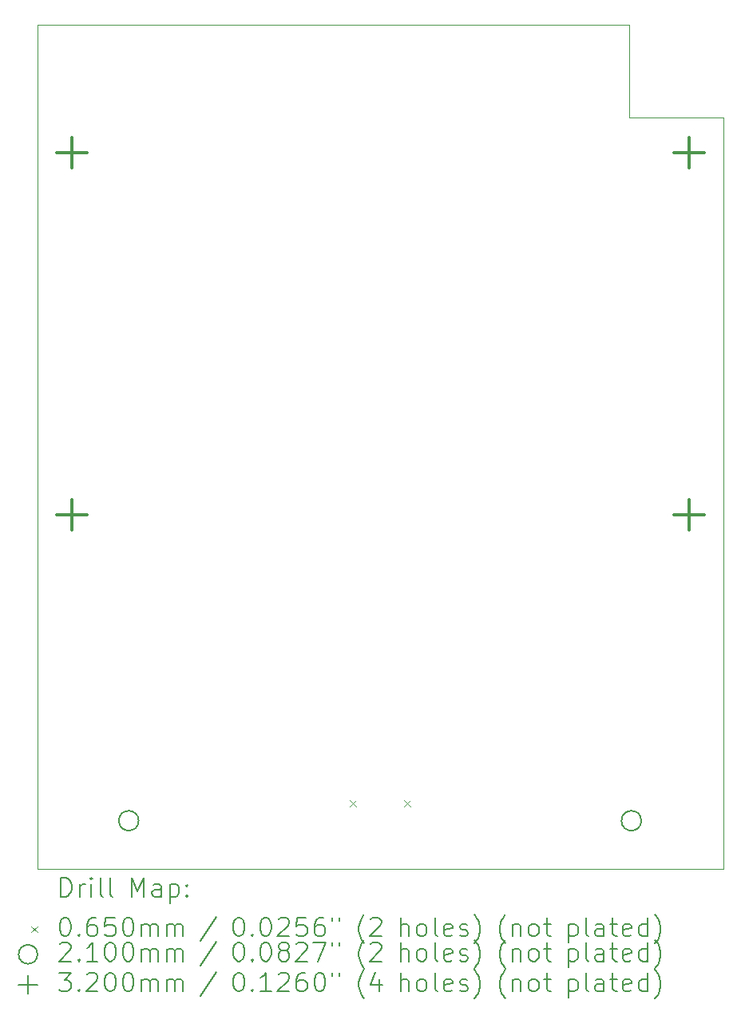
<source format=gbr>
%TF.GenerationSoftware,KiCad,Pcbnew,(7.0.0-0)*%
%TF.CreationDate,2023-04-29T12:32:31-06:00*%
%TF.ProjectId,EV6 Board Design,45563620-426f-4617-9264-204465736967,rev?*%
%TF.SameCoordinates,Original*%
%TF.FileFunction,Drillmap*%
%TF.FilePolarity,Positive*%
%FSLAX45Y45*%
G04 Gerber Fmt 4.5, Leading zero omitted, Abs format (unit mm)*
G04 Created by KiCad (PCBNEW (7.0.0-0)) date 2023-04-29 12:32:31*
%MOMM*%
%LPD*%
G01*
G04 APERTURE LIST*
%ADD10C,0.050000*%
%ADD11C,0.200000*%
%ADD12C,0.065000*%
%ADD13C,0.210000*%
%ADD14C,0.320000*%
G04 APERTURE END LIST*
D10*
X17668750Y-6588500D02*
X18668750Y-6588500D01*
X18668750Y-14543500D01*
X11398750Y-14543500D01*
X11398750Y-5602500D01*
X17668750Y-5602500D01*
X17668750Y-6588500D01*
D11*
D12*
X14707250Y-13820000D02*
X14772250Y-13885000D01*
X14772250Y-13820000D02*
X14707250Y-13885000D01*
X15285250Y-13820000D02*
X15350250Y-13885000D01*
X15350250Y-13820000D02*
X15285250Y-13885000D01*
D13*
X12468750Y-14034500D02*
G75*
G03*
X12468750Y-14034500I-105000J0D01*
G01*
X17798750Y-14034500D02*
G75*
G03*
X17798750Y-14034500I-105000J0D01*
G01*
D14*
X11758750Y-6802500D02*
X11758750Y-7122500D01*
X11598750Y-6962500D02*
X11918750Y-6962500D01*
X11758750Y-10632500D02*
X11758750Y-10952500D01*
X11598750Y-10792500D02*
X11918750Y-10792500D01*
X18308750Y-6802500D02*
X18308750Y-7122500D01*
X18148750Y-6962500D02*
X18468750Y-6962500D01*
X18308750Y-10632500D02*
X18308750Y-10952500D01*
X18148750Y-10792500D02*
X18468750Y-10792500D01*
D11*
X11643869Y-14839476D02*
X11643869Y-14639476D01*
X11643869Y-14639476D02*
X11691488Y-14639476D01*
X11691488Y-14639476D02*
X11720059Y-14649000D01*
X11720059Y-14649000D02*
X11739107Y-14668048D01*
X11739107Y-14668048D02*
X11748631Y-14687095D01*
X11748631Y-14687095D02*
X11758155Y-14725190D01*
X11758155Y-14725190D02*
X11758155Y-14753762D01*
X11758155Y-14753762D02*
X11748631Y-14791857D01*
X11748631Y-14791857D02*
X11739107Y-14810905D01*
X11739107Y-14810905D02*
X11720059Y-14829952D01*
X11720059Y-14829952D02*
X11691488Y-14839476D01*
X11691488Y-14839476D02*
X11643869Y-14839476D01*
X11843869Y-14839476D02*
X11843869Y-14706143D01*
X11843869Y-14744238D02*
X11853393Y-14725190D01*
X11853393Y-14725190D02*
X11862917Y-14715667D01*
X11862917Y-14715667D02*
X11881964Y-14706143D01*
X11881964Y-14706143D02*
X11901012Y-14706143D01*
X11967678Y-14839476D02*
X11967678Y-14706143D01*
X11967678Y-14639476D02*
X11958155Y-14649000D01*
X11958155Y-14649000D02*
X11967678Y-14658524D01*
X11967678Y-14658524D02*
X11977202Y-14649000D01*
X11977202Y-14649000D02*
X11967678Y-14639476D01*
X11967678Y-14639476D02*
X11967678Y-14658524D01*
X12091488Y-14839476D02*
X12072440Y-14829952D01*
X12072440Y-14829952D02*
X12062917Y-14810905D01*
X12062917Y-14810905D02*
X12062917Y-14639476D01*
X12196250Y-14839476D02*
X12177202Y-14829952D01*
X12177202Y-14829952D02*
X12167678Y-14810905D01*
X12167678Y-14810905D02*
X12167678Y-14639476D01*
X12392440Y-14839476D02*
X12392440Y-14639476D01*
X12392440Y-14639476D02*
X12459107Y-14782333D01*
X12459107Y-14782333D02*
X12525774Y-14639476D01*
X12525774Y-14639476D02*
X12525774Y-14839476D01*
X12706726Y-14839476D02*
X12706726Y-14734714D01*
X12706726Y-14734714D02*
X12697202Y-14715667D01*
X12697202Y-14715667D02*
X12678155Y-14706143D01*
X12678155Y-14706143D02*
X12640059Y-14706143D01*
X12640059Y-14706143D02*
X12621012Y-14715667D01*
X12706726Y-14829952D02*
X12687678Y-14839476D01*
X12687678Y-14839476D02*
X12640059Y-14839476D01*
X12640059Y-14839476D02*
X12621012Y-14829952D01*
X12621012Y-14829952D02*
X12611488Y-14810905D01*
X12611488Y-14810905D02*
X12611488Y-14791857D01*
X12611488Y-14791857D02*
X12621012Y-14772809D01*
X12621012Y-14772809D02*
X12640059Y-14763286D01*
X12640059Y-14763286D02*
X12687678Y-14763286D01*
X12687678Y-14763286D02*
X12706726Y-14753762D01*
X12801964Y-14706143D02*
X12801964Y-14906143D01*
X12801964Y-14715667D02*
X12821012Y-14706143D01*
X12821012Y-14706143D02*
X12859107Y-14706143D01*
X12859107Y-14706143D02*
X12878155Y-14715667D01*
X12878155Y-14715667D02*
X12887678Y-14725190D01*
X12887678Y-14725190D02*
X12897202Y-14744238D01*
X12897202Y-14744238D02*
X12897202Y-14801381D01*
X12897202Y-14801381D02*
X12887678Y-14820428D01*
X12887678Y-14820428D02*
X12878155Y-14829952D01*
X12878155Y-14829952D02*
X12859107Y-14839476D01*
X12859107Y-14839476D02*
X12821012Y-14839476D01*
X12821012Y-14839476D02*
X12801964Y-14829952D01*
X12982917Y-14820428D02*
X12992440Y-14829952D01*
X12992440Y-14829952D02*
X12982917Y-14839476D01*
X12982917Y-14839476D02*
X12973393Y-14829952D01*
X12973393Y-14829952D02*
X12982917Y-14820428D01*
X12982917Y-14820428D02*
X12982917Y-14839476D01*
X12982917Y-14715667D02*
X12992440Y-14725190D01*
X12992440Y-14725190D02*
X12982917Y-14734714D01*
X12982917Y-14734714D02*
X12973393Y-14725190D01*
X12973393Y-14725190D02*
X12982917Y-14715667D01*
X12982917Y-14715667D02*
X12982917Y-14734714D01*
D12*
X11331250Y-15153500D02*
X11396250Y-15218500D01*
X11396250Y-15153500D02*
X11331250Y-15218500D01*
D11*
X11681964Y-15059476D02*
X11701012Y-15059476D01*
X11701012Y-15059476D02*
X11720059Y-15069000D01*
X11720059Y-15069000D02*
X11729583Y-15078524D01*
X11729583Y-15078524D02*
X11739107Y-15097571D01*
X11739107Y-15097571D02*
X11748631Y-15135667D01*
X11748631Y-15135667D02*
X11748631Y-15183286D01*
X11748631Y-15183286D02*
X11739107Y-15221381D01*
X11739107Y-15221381D02*
X11729583Y-15240428D01*
X11729583Y-15240428D02*
X11720059Y-15249952D01*
X11720059Y-15249952D02*
X11701012Y-15259476D01*
X11701012Y-15259476D02*
X11681964Y-15259476D01*
X11681964Y-15259476D02*
X11662917Y-15249952D01*
X11662917Y-15249952D02*
X11653393Y-15240428D01*
X11653393Y-15240428D02*
X11643869Y-15221381D01*
X11643869Y-15221381D02*
X11634345Y-15183286D01*
X11634345Y-15183286D02*
X11634345Y-15135667D01*
X11634345Y-15135667D02*
X11643869Y-15097571D01*
X11643869Y-15097571D02*
X11653393Y-15078524D01*
X11653393Y-15078524D02*
X11662917Y-15069000D01*
X11662917Y-15069000D02*
X11681964Y-15059476D01*
X11834345Y-15240428D02*
X11843869Y-15249952D01*
X11843869Y-15249952D02*
X11834345Y-15259476D01*
X11834345Y-15259476D02*
X11824821Y-15249952D01*
X11824821Y-15249952D02*
X11834345Y-15240428D01*
X11834345Y-15240428D02*
X11834345Y-15259476D01*
X12015298Y-15059476D02*
X11977202Y-15059476D01*
X11977202Y-15059476D02*
X11958155Y-15069000D01*
X11958155Y-15069000D02*
X11948631Y-15078524D01*
X11948631Y-15078524D02*
X11929583Y-15107095D01*
X11929583Y-15107095D02*
X11920059Y-15145190D01*
X11920059Y-15145190D02*
X11920059Y-15221381D01*
X11920059Y-15221381D02*
X11929583Y-15240428D01*
X11929583Y-15240428D02*
X11939107Y-15249952D01*
X11939107Y-15249952D02*
X11958155Y-15259476D01*
X11958155Y-15259476D02*
X11996250Y-15259476D01*
X11996250Y-15259476D02*
X12015298Y-15249952D01*
X12015298Y-15249952D02*
X12024821Y-15240428D01*
X12024821Y-15240428D02*
X12034345Y-15221381D01*
X12034345Y-15221381D02*
X12034345Y-15173762D01*
X12034345Y-15173762D02*
X12024821Y-15154714D01*
X12024821Y-15154714D02*
X12015298Y-15145190D01*
X12015298Y-15145190D02*
X11996250Y-15135667D01*
X11996250Y-15135667D02*
X11958155Y-15135667D01*
X11958155Y-15135667D02*
X11939107Y-15145190D01*
X11939107Y-15145190D02*
X11929583Y-15154714D01*
X11929583Y-15154714D02*
X11920059Y-15173762D01*
X12215298Y-15059476D02*
X12120059Y-15059476D01*
X12120059Y-15059476D02*
X12110536Y-15154714D01*
X12110536Y-15154714D02*
X12120059Y-15145190D01*
X12120059Y-15145190D02*
X12139107Y-15135667D01*
X12139107Y-15135667D02*
X12186726Y-15135667D01*
X12186726Y-15135667D02*
X12205774Y-15145190D01*
X12205774Y-15145190D02*
X12215298Y-15154714D01*
X12215298Y-15154714D02*
X12224821Y-15173762D01*
X12224821Y-15173762D02*
X12224821Y-15221381D01*
X12224821Y-15221381D02*
X12215298Y-15240428D01*
X12215298Y-15240428D02*
X12205774Y-15249952D01*
X12205774Y-15249952D02*
X12186726Y-15259476D01*
X12186726Y-15259476D02*
X12139107Y-15259476D01*
X12139107Y-15259476D02*
X12120059Y-15249952D01*
X12120059Y-15249952D02*
X12110536Y-15240428D01*
X12348631Y-15059476D02*
X12367679Y-15059476D01*
X12367679Y-15059476D02*
X12386726Y-15069000D01*
X12386726Y-15069000D02*
X12396250Y-15078524D01*
X12396250Y-15078524D02*
X12405774Y-15097571D01*
X12405774Y-15097571D02*
X12415298Y-15135667D01*
X12415298Y-15135667D02*
X12415298Y-15183286D01*
X12415298Y-15183286D02*
X12405774Y-15221381D01*
X12405774Y-15221381D02*
X12396250Y-15240428D01*
X12396250Y-15240428D02*
X12386726Y-15249952D01*
X12386726Y-15249952D02*
X12367679Y-15259476D01*
X12367679Y-15259476D02*
X12348631Y-15259476D01*
X12348631Y-15259476D02*
X12329583Y-15249952D01*
X12329583Y-15249952D02*
X12320059Y-15240428D01*
X12320059Y-15240428D02*
X12310536Y-15221381D01*
X12310536Y-15221381D02*
X12301012Y-15183286D01*
X12301012Y-15183286D02*
X12301012Y-15135667D01*
X12301012Y-15135667D02*
X12310536Y-15097571D01*
X12310536Y-15097571D02*
X12320059Y-15078524D01*
X12320059Y-15078524D02*
X12329583Y-15069000D01*
X12329583Y-15069000D02*
X12348631Y-15059476D01*
X12501012Y-15259476D02*
X12501012Y-15126143D01*
X12501012Y-15145190D02*
X12510536Y-15135667D01*
X12510536Y-15135667D02*
X12529583Y-15126143D01*
X12529583Y-15126143D02*
X12558155Y-15126143D01*
X12558155Y-15126143D02*
X12577202Y-15135667D01*
X12577202Y-15135667D02*
X12586726Y-15154714D01*
X12586726Y-15154714D02*
X12586726Y-15259476D01*
X12586726Y-15154714D02*
X12596250Y-15135667D01*
X12596250Y-15135667D02*
X12615298Y-15126143D01*
X12615298Y-15126143D02*
X12643869Y-15126143D01*
X12643869Y-15126143D02*
X12662917Y-15135667D01*
X12662917Y-15135667D02*
X12672440Y-15154714D01*
X12672440Y-15154714D02*
X12672440Y-15259476D01*
X12767679Y-15259476D02*
X12767679Y-15126143D01*
X12767679Y-15145190D02*
X12777202Y-15135667D01*
X12777202Y-15135667D02*
X12796250Y-15126143D01*
X12796250Y-15126143D02*
X12824821Y-15126143D01*
X12824821Y-15126143D02*
X12843869Y-15135667D01*
X12843869Y-15135667D02*
X12853393Y-15154714D01*
X12853393Y-15154714D02*
X12853393Y-15259476D01*
X12853393Y-15154714D02*
X12862917Y-15135667D01*
X12862917Y-15135667D02*
X12881964Y-15126143D01*
X12881964Y-15126143D02*
X12910536Y-15126143D01*
X12910536Y-15126143D02*
X12929583Y-15135667D01*
X12929583Y-15135667D02*
X12939107Y-15154714D01*
X12939107Y-15154714D02*
X12939107Y-15259476D01*
X13297202Y-15049952D02*
X13125774Y-15307095D01*
X13521964Y-15059476D02*
X13541012Y-15059476D01*
X13541012Y-15059476D02*
X13560060Y-15069000D01*
X13560060Y-15069000D02*
X13569583Y-15078524D01*
X13569583Y-15078524D02*
X13579107Y-15097571D01*
X13579107Y-15097571D02*
X13588631Y-15135667D01*
X13588631Y-15135667D02*
X13588631Y-15183286D01*
X13588631Y-15183286D02*
X13579107Y-15221381D01*
X13579107Y-15221381D02*
X13569583Y-15240428D01*
X13569583Y-15240428D02*
X13560060Y-15249952D01*
X13560060Y-15249952D02*
X13541012Y-15259476D01*
X13541012Y-15259476D02*
X13521964Y-15259476D01*
X13521964Y-15259476D02*
X13502917Y-15249952D01*
X13502917Y-15249952D02*
X13493393Y-15240428D01*
X13493393Y-15240428D02*
X13483869Y-15221381D01*
X13483869Y-15221381D02*
X13474345Y-15183286D01*
X13474345Y-15183286D02*
X13474345Y-15135667D01*
X13474345Y-15135667D02*
X13483869Y-15097571D01*
X13483869Y-15097571D02*
X13493393Y-15078524D01*
X13493393Y-15078524D02*
X13502917Y-15069000D01*
X13502917Y-15069000D02*
X13521964Y-15059476D01*
X13674345Y-15240428D02*
X13683869Y-15249952D01*
X13683869Y-15249952D02*
X13674345Y-15259476D01*
X13674345Y-15259476D02*
X13664821Y-15249952D01*
X13664821Y-15249952D02*
X13674345Y-15240428D01*
X13674345Y-15240428D02*
X13674345Y-15259476D01*
X13807679Y-15059476D02*
X13826726Y-15059476D01*
X13826726Y-15059476D02*
X13845774Y-15069000D01*
X13845774Y-15069000D02*
X13855298Y-15078524D01*
X13855298Y-15078524D02*
X13864821Y-15097571D01*
X13864821Y-15097571D02*
X13874345Y-15135667D01*
X13874345Y-15135667D02*
X13874345Y-15183286D01*
X13874345Y-15183286D02*
X13864821Y-15221381D01*
X13864821Y-15221381D02*
X13855298Y-15240428D01*
X13855298Y-15240428D02*
X13845774Y-15249952D01*
X13845774Y-15249952D02*
X13826726Y-15259476D01*
X13826726Y-15259476D02*
X13807679Y-15259476D01*
X13807679Y-15259476D02*
X13788631Y-15249952D01*
X13788631Y-15249952D02*
X13779107Y-15240428D01*
X13779107Y-15240428D02*
X13769583Y-15221381D01*
X13769583Y-15221381D02*
X13760060Y-15183286D01*
X13760060Y-15183286D02*
X13760060Y-15135667D01*
X13760060Y-15135667D02*
X13769583Y-15097571D01*
X13769583Y-15097571D02*
X13779107Y-15078524D01*
X13779107Y-15078524D02*
X13788631Y-15069000D01*
X13788631Y-15069000D02*
X13807679Y-15059476D01*
X13950536Y-15078524D02*
X13960060Y-15069000D01*
X13960060Y-15069000D02*
X13979107Y-15059476D01*
X13979107Y-15059476D02*
X14026726Y-15059476D01*
X14026726Y-15059476D02*
X14045774Y-15069000D01*
X14045774Y-15069000D02*
X14055298Y-15078524D01*
X14055298Y-15078524D02*
X14064821Y-15097571D01*
X14064821Y-15097571D02*
X14064821Y-15116619D01*
X14064821Y-15116619D02*
X14055298Y-15145190D01*
X14055298Y-15145190D02*
X13941012Y-15259476D01*
X13941012Y-15259476D02*
X14064821Y-15259476D01*
X14245774Y-15059476D02*
X14150536Y-15059476D01*
X14150536Y-15059476D02*
X14141012Y-15154714D01*
X14141012Y-15154714D02*
X14150536Y-15145190D01*
X14150536Y-15145190D02*
X14169583Y-15135667D01*
X14169583Y-15135667D02*
X14217202Y-15135667D01*
X14217202Y-15135667D02*
X14236250Y-15145190D01*
X14236250Y-15145190D02*
X14245774Y-15154714D01*
X14245774Y-15154714D02*
X14255298Y-15173762D01*
X14255298Y-15173762D02*
X14255298Y-15221381D01*
X14255298Y-15221381D02*
X14245774Y-15240428D01*
X14245774Y-15240428D02*
X14236250Y-15249952D01*
X14236250Y-15249952D02*
X14217202Y-15259476D01*
X14217202Y-15259476D02*
X14169583Y-15259476D01*
X14169583Y-15259476D02*
X14150536Y-15249952D01*
X14150536Y-15249952D02*
X14141012Y-15240428D01*
X14426726Y-15059476D02*
X14388631Y-15059476D01*
X14388631Y-15059476D02*
X14369583Y-15069000D01*
X14369583Y-15069000D02*
X14360060Y-15078524D01*
X14360060Y-15078524D02*
X14341012Y-15107095D01*
X14341012Y-15107095D02*
X14331488Y-15145190D01*
X14331488Y-15145190D02*
X14331488Y-15221381D01*
X14331488Y-15221381D02*
X14341012Y-15240428D01*
X14341012Y-15240428D02*
X14350536Y-15249952D01*
X14350536Y-15249952D02*
X14369583Y-15259476D01*
X14369583Y-15259476D02*
X14407679Y-15259476D01*
X14407679Y-15259476D02*
X14426726Y-15249952D01*
X14426726Y-15249952D02*
X14436250Y-15240428D01*
X14436250Y-15240428D02*
X14445774Y-15221381D01*
X14445774Y-15221381D02*
X14445774Y-15173762D01*
X14445774Y-15173762D02*
X14436250Y-15154714D01*
X14436250Y-15154714D02*
X14426726Y-15145190D01*
X14426726Y-15145190D02*
X14407679Y-15135667D01*
X14407679Y-15135667D02*
X14369583Y-15135667D01*
X14369583Y-15135667D02*
X14350536Y-15145190D01*
X14350536Y-15145190D02*
X14341012Y-15154714D01*
X14341012Y-15154714D02*
X14331488Y-15173762D01*
X14521964Y-15059476D02*
X14521964Y-15097571D01*
X14598155Y-15059476D02*
X14598155Y-15097571D01*
X14861012Y-15335667D02*
X14851488Y-15326143D01*
X14851488Y-15326143D02*
X14832441Y-15297571D01*
X14832441Y-15297571D02*
X14822917Y-15278524D01*
X14822917Y-15278524D02*
X14813393Y-15249952D01*
X14813393Y-15249952D02*
X14803869Y-15202333D01*
X14803869Y-15202333D02*
X14803869Y-15164238D01*
X14803869Y-15164238D02*
X14813393Y-15116619D01*
X14813393Y-15116619D02*
X14822917Y-15088048D01*
X14822917Y-15088048D02*
X14832441Y-15069000D01*
X14832441Y-15069000D02*
X14851488Y-15040428D01*
X14851488Y-15040428D02*
X14861012Y-15030905D01*
X14927679Y-15078524D02*
X14937202Y-15069000D01*
X14937202Y-15069000D02*
X14956250Y-15059476D01*
X14956250Y-15059476D02*
X15003869Y-15059476D01*
X15003869Y-15059476D02*
X15022917Y-15069000D01*
X15022917Y-15069000D02*
X15032441Y-15078524D01*
X15032441Y-15078524D02*
X15041964Y-15097571D01*
X15041964Y-15097571D02*
X15041964Y-15116619D01*
X15041964Y-15116619D02*
X15032441Y-15145190D01*
X15032441Y-15145190D02*
X14918155Y-15259476D01*
X14918155Y-15259476D02*
X15041964Y-15259476D01*
X15247679Y-15259476D02*
X15247679Y-15059476D01*
X15333393Y-15259476D02*
X15333393Y-15154714D01*
X15333393Y-15154714D02*
X15323869Y-15135667D01*
X15323869Y-15135667D02*
X15304822Y-15126143D01*
X15304822Y-15126143D02*
X15276250Y-15126143D01*
X15276250Y-15126143D02*
X15257202Y-15135667D01*
X15257202Y-15135667D02*
X15247679Y-15145190D01*
X15457202Y-15259476D02*
X15438155Y-15249952D01*
X15438155Y-15249952D02*
X15428631Y-15240428D01*
X15428631Y-15240428D02*
X15419107Y-15221381D01*
X15419107Y-15221381D02*
X15419107Y-15164238D01*
X15419107Y-15164238D02*
X15428631Y-15145190D01*
X15428631Y-15145190D02*
X15438155Y-15135667D01*
X15438155Y-15135667D02*
X15457202Y-15126143D01*
X15457202Y-15126143D02*
X15485774Y-15126143D01*
X15485774Y-15126143D02*
X15504822Y-15135667D01*
X15504822Y-15135667D02*
X15514345Y-15145190D01*
X15514345Y-15145190D02*
X15523869Y-15164238D01*
X15523869Y-15164238D02*
X15523869Y-15221381D01*
X15523869Y-15221381D02*
X15514345Y-15240428D01*
X15514345Y-15240428D02*
X15504822Y-15249952D01*
X15504822Y-15249952D02*
X15485774Y-15259476D01*
X15485774Y-15259476D02*
X15457202Y-15259476D01*
X15638155Y-15259476D02*
X15619107Y-15249952D01*
X15619107Y-15249952D02*
X15609583Y-15230905D01*
X15609583Y-15230905D02*
X15609583Y-15059476D01*
X15790536Y-15249952D02*
X15771488Y-15259476D01*
X15771488Y-15259476D02*
X15733393Y-15259476D01*
X15733393Y-15259476D02*
X15714345Y-15249952D01*
X15714345Y-15249952D02*
X15704822Y-15230905D01*
X15704822Y-15230905D02*
X15704822Y-15154714D01*
X15704822Y-15154714D02*
X15714345Y-15135667D01*
X15714345Y-15135667D02*
X15733393Y-15126143D01*
X15733393Y-15126143D02*
X15771488Y-15126143D01*
X15771488Y-15126143D02*
X15790536Y-15135667D01*
X15790536Y-15135667D02*
X15800060Y-15154714D01*
X15800060Y-15154714D02*
X15800060Y-15173762D01*
X15800060Y-15173762D02*
X15704822Y-15192809D01*
X15876250Y-15249952D02*
X15895298Y-15259476D01*
X15895298Y-15259476D02*
X15933393Y-15259476D01*
X15933393Y-15259476D02*
X15952441Y-15249952D01*
X15952441Y-15249952D02*
X15961964Y-15230905D01*
X15961964Y-15230905D02*
X15961964Y-15221381D01*
X15961964Y-15221381D02*
X15952441Y-15202333D01*
X15952441Y-15202333D02*
X15933393Y-15192809D01*
X15933393Y-15192809D02*
X15904822Y-15192809D01*
X15904822Y-15192809D02*
X15885774Y-15183286D01*
X15885774Y-15183286D02*
X15876250Y-15164238D01*
X15876250Y-15164238D02*
X15876250Y-15154714D01*
X15876250Y-15154714D02*
X15885774Y-15135667D01*
X15885774Y-15135667D02*
X15904822Y-15126143D01*
X15904822Y-15126143D02*
X15933393Y-15126143D01*
X15933393Y-15126143D02*
X15952441Y-15135667D01*
X16028631Y-15335667D02*
X16038155Y-15326143D01*
X16038155Y-15326143D02*
X16057203Y-15297571D01*
X16057203Y-15297571D02*
X16066726Y-15278524D01*
X16066726Y-15278524D02*
X16076250Y-15249952D01*
X16076250Y-15249952D02*
X16085774Y-15202333D01*
X16085774Y-15202333D02*
X16085774Y-15164238D01*
X16085774Y-15164238D02*
X16076250Y-15116619D01*
X16076250Y-15116619D02*
X16066726Y-15088048D01*
X16066726Y-15088048D02*
X16057203Y-15069000D01*
X16057203Y-15069000D02*
X16038155Y-15040428D01*
X16038155Y-15040428D02*
X16028631Y-15030905D01*
X16358155Y-15335667D02*
X16348631Y-15326143D01*
X16348631Y-15326143D02*
X16329583Y-15297571D01*
X16329583Y-15297571D02*
X16320060Y-15278524D01*
X16320060Y-15278524D02*
X16310536Y-15249952D01*
X16310536Y-15249952D02*
X16301012Y-15202333D01*
X16301012Y-15202333D02*
X16301012Y-15164238D01*
X16301012Y-15164238D02*
X16310536Y-15116619D01*
X16310536Y-15116619D02*
X16320060Y-15088048D01*
X16320060Y-15088048D02*
X16329583Y-15069000D01*
X16329583Y-15069000D02*
X16348631Y-15040428D01*
X16348631Y-15040428D02*
X16358155Y-15030905D01*
X16434345Y-15126143D02*
X16434345Y-15259476D01*
X16434345Y-15145190D02*
X16443869Y-15135667D01*
X16443869Y-15135667D02*
X16462917Y-15126143D01*
X16462917Y-15126143D02*
X16491488Y-15126143D01*
X16491488Y-15126143D02*
X16510536Y-15135667D01*
X16510536Y-15135667D02*
X16520060Y-15154714D01*
X16520060Y-15154714D02*
X16520060Y-15259476D01*
X16643869Y-15259476D02*
X16624822Y-15249952D01*
X16624822Y-15249952D02*
X16615298Y-15240428D01*
X16615298Y-15240428D02*
X16605774Y-15221381D01*
X16605774Y-15221381D02*
X16605774Y-15164238D01*
X16605774Y-15164238D02*
X16615298Y-15145190D01*
X16615298Y-15145190D02*
X16624822Y-15135667D01*
X16624822Y-15135667D02*
X16643869Y-15126143D01*
X16643869Y-15126143D02*
X16672441Y-15126143D01*
X16672441Y-15126143D02*
X16691488Y-15135667D01*
X16691488Y-15135667D02*
X16701012Y-15145190D01*
X16701012Y-15145190D02*
X16710536Y-15164238D01*
X16710536Y-15164238D02*
X16710536Y-15221381D01*
X16710536Y-15221381D02*
X16701012Y-15240428D01*
X16701012Y-15240428D02*
X16691488Y-15249952D01*
X16691488Y-15249952D02*
X16672441Y-15259476D01*
X16672441Y-15259476D02*
X16643869Y-15259476D01*
X16767679Y-15126143D02*
X16843869Y-15126143D01*
X16796250Y-15059476D02*
X16796250Y-15230905D01*
X16796250Y-15230905D02*
X16805774Y-15249952D01*
X16805774Y-15249952D02*
X16824822Y-15259476D01*
X16824822Y-15259476D02*
X16843869Y-15259476D01*
X17030536Y-15126143D02*
X17030536Y-15326143D01*
X17030536Y-15135667D02*
X17049584Y-15126143D01*
X17049584Y-15126143D02*
X17087679Y-15126143D01*
X17087679Y-15126143D02*
X17106726Y-15135667D01*
X17106726Y-15135667D02*
X17116250Y-15145190D01*
X17116250Y-15145190D02*
X17125774Y-15164238D01*
X17125774Y-15164238D02*
X17125774Y-15221381D01*
X17125774Y-15221381D02*
X17116250Y-15240428D01*
X17116250Y-15240428D02*
X17106726Y-15249952D01*
X17106726Y-15249952D02*
X17087679Y-15259476D01*
X17087679Y-15259476D02*
X17049584Y-15259476D01*
X17049584Y-15259476D02*
X17030536Y-15249952D01*
X17240060Y-15259476D02*
X17221012Y-15249952D01*
X17221012Y-15249952D02*
X17211488Y-15230905D01*
X17211488Y-15230905D02*
X17211488Y-15059476D01*
X17401965Y-15259476D02*
X17401965Y-15154714D01*
X17401965Y-15154714D02*
X17392441Y-15135667D01*
X17392441Y-15135667D02*
X17373393Y-15126143D01*
X17373393Y-15126143D02*
X17335298Y-15126143D01*
X17335298Y-15126143D02*
X17316250Y-15135667D01*
X17401965Y-15249952D02*
X17382917Y-15259476D01*
X17382917Y-15259476D02*
X17335298Y-15259476D01*
X17335298Y-15259476D02*
X17316250Y-15249952D01*
X17316250Y-15249952D02*
X17306726Y-15230905D01*
X17306726Y-15230905D02*
X17306726Y-15211857D01*
X17306726Y-15211857D02*
X17316250Y-15192809D01*
X17316250Y-15192809D02*
X17335298Y-15183286D01*
X17335298Y-15183286D02*
X17382917Y-15183286D01*
X17382917Y-15183286D02*
X17401965Y-15173762D01*
X17468631Y-15126143D02*
X17544822Y-15126143D01*
X17497203Y-15059476D02*
X17497203Y-15230905D01*
X17497203Y-15230905D02*
X17506726Y-15249952D01*
X17506726Y-15249952D02*
X17525774Y-15259476D01*
X17525774Y-15259476D02*
X17544822Y-15259476D01*
X17687679Y-15249952D02*
X17668631Y-15259476D01*
X17668631Y-15259476D02*
X17630536Y-15259476D01*
X17630536Y-15259476D02*
X17611488Y-15249952D01*
X17611488Y-15249952D02*
X17601965Y-15230905D01*
X17601965Y-15230905D02*
X17601965Y-15154714D01*
X17601965Y-15154714D02*
X17611488Y-15135667D01*
X17611488Y-15135667D02*
X17630536Y-15126143D01*
X17630536Y-15126143D02*
X17668631Y-15126143D01*
X17668631Y-15126143D02*
X17687679Y-15135667D01*
X17687679Y-15135667D02*
X17697203Y-15154714D01*
X17697203Y-15154714D02*
X17697203Y-15173762D01*
X17697203Y-15173762D02*
X17601965Y-15192809D01*
X17868631Y-15259476D02*
X17868631Y-15059476D01*
X17868631Y-15249952D02*
X17849584Y-15259476D01*
X17849584Y-15259476D02*
X17811488Y-15259476D01*
X17811488Y-15259476D02*
X17792441Y-15249952D01*
X17792441Y-15249952D02*
X17782917Y-15240428D01*
X17782917Y-15240428D02*
X17773393Y-15221381D01*
X17773393Y-15221381D02*
X17773393Y-15164238D01*
X17773393Y-15164238D02*
X17782917Y-15145190D01*
X17782917Y-15145190D02*
X17792441Y-15135667D01*
X17792441Y-15135667D02*
X17811488Y-15126143D01*
X17811488Y-15126143D02*
X17849584Y-15126143D01*
X17849584Y-15126143D02*
X17868631Y-15135667D01*
X17944822Y-15335667D02*
X17954346Y-15326143D01*
X17954346Y-15326143D02*
X17973393Y-15297571D01*
X17973393Y-15297571D02*
X17982917Y-15278524D01*
X17982917Y-15278524D02*
X17992441Y-15249952D01*
X17992441Y-15249952D02*
X18001965Y-15202333D01*
X18001965Y-15202333D02*
X18001965Y-15164238D01*
X18001965Y-15164238D02*
X17992441Y-15116619D01*
X17992441Y-15116619D02*
X17982917Y-15088048D01*
X17982917Y-15088048D02*
X17973393Y-15069000D01*
X17973393Y-15069000D02*
X17954346Y-15040428D01*
X17954346Y-15040428D02*
X17944822Y-15030905D01*
X11396250Y-15450000D02*
G75*
G03*
X11396250Y-15450000I-100000J0D01*
G01*
X11634345Y-15342524D02*
X11643869Y-15333000D01*
X11643869Y-15333000D02*
X11662917Y-15323476D01*
X11662917Y-15323476D02*
X11710536Y-15323476D01*
X11710536Y-15323476D02*
X11729583Y-15333000D01*
X11729583Y-15333000D02*
X11739107Y-15342524D01*
X11739107Y-15342524D02*
X11748631Y-15361571D01*
X11748631Y-15361571D02*
X11748631Y-15380619D01*
X11748631Y-15380619D02*
X11739107Y-15409190D01*
X11739107Y-15409190D02*
X11624821Y-15523476D01*
X11624821Y-15523476D02*
X11748631Y-15523476D01*
X11834345Y-15504428D02*
X11843869Y-15513952D01*
X11843869Y-15513952D02*
X11834345Y-15523476D01*
X11834345Y-15523476D02*
X11824821Y-15513952D01*
X11824821Y-15513952D02*
X11834345Y-15504428D01*
X11834345Y-15504428D02*
X11834345Y-15523476D01*
X12034345Y-15523476D02*
X11920059Y-15523476D01*
X11977202Y-15523476D02*
X11977202Y-15323476D01*
X11977202Y-15323476D02*
X11958155Y-15352048D01*
X11958155Y-15352048D02*
X11939107Y-15371095D01*
X11939107Y-15371095D02*
X11920059Y-15380619D01*
X12158155Y-15323476D02*
X12177202Y-15323476D01*
X12177202Y-15323476D02*
X12196250Y-15333000D01*
X12196250Y-15333000D02*
X12205774Y-15342524D01*
X12205774Y-15342524D02*
X12215298Y-15361571D01*
X12215298Y-15361571D02*
X12224821Y-15399667D01*
X12224821Y-15399667D02*
X12224821Y-15447286D01*
X12224821Y-15447286D02*
X12215298Y-15485381D01*
X12215298Y-15485381D02*
X12205774Y-15504428D01*
X12205774Y-15504428D02*
X12196250Y-15513952D01*
X12196250Y-15513952D02*
X12177202Y-15523476D01*
X12177202Y-15523476D02*
X12158155Y-15523476D01*
X12158155Y-15523476D02*
X12139107Y-15513952D01*
X12139107Y-15513952D02*
X12129583Y-15504428D01*
X12129583Y-15504428D02*
X12120059Y-15485381D01*
X12120059Y-15485381D02*
X12110536Y-15447286D01*
X12110536Y-15447286D02*
X12110536Y-15399667D01*
X12110536Y-15399667D02*
X12120059Y-15361571D01*
X12120059Y-15361571D02*
X12129583Y-15342524D01*
X12129583Y-15342524D02*
X12139107Y-15333000D01*
X12139107Y-15333000D02*
X12158155Y-15323476D01*
X12348631Y-15323476D02*
X12367679Y-15323476D01*
X12367679Y-15323476D02*
X12386726Y-15333000D01*
X12386726Y-15333000D02*
X12396250Y-15342524D01*
X12396250Y-15342524D02*
X12405774Y-15361571D01*
X12405774Y-15361571D02*
X12415298Y-15399667D01*
X12415298Y-15399667D02*
X12415298Y-15447286D01*
X12415298Y-15447286D02*
X12405774Y-15485381D01*
X12405774Y-15485381D02*
X12396250Y-15504428D01*
X12396250Y-15504428D02*
X12386726Y-15513952D01*
X12386726Y-15513952D02*
X12367679Y-15523476D01*
X12367679Y-15523476D02*
X12348631Y-15523476D01*
X12348631Y-15523476D02*
X12329583Y-15513952D01*
X12329583Y-15513952D02*
X12320059Y-15504428D01*
X12320059Y-15504428D02*
X12310536Y-15485381D01*
X12310536Y-15485381D02*
X12301012Y-15447286D01*
X12301012Y-15447286D02*
X12301012Y-15399667D01*
X12301012Y-15399667D02*
X12310536Y-15361571D01*
X12310536Y-15361571D02*
X12320059Y-15342524D01*
X12320059Y-15342524D02*
X12329583Y-15333000D01*
X12329583Y-15333000D02*
X12348631Y-15323476D01*
X12501012Y-15523476D02*
X12501012Y-15390143D01*
X12501012Y-15409190D02*
X12510536Y-15399667D01*
X12510536Y-15399667D02*
X12529583Y-15390143D01*
X12529583Y-15390143D02*
X12558155Y-15390143D01*
X12558155Y-15390143D02*
X12577202Y-15399667D01*
X12577202Y-15399667D02*
X12586726Y-15418714D01*
X12586726Y-15418714D02*
X12586726Y-15523476D01*
X12586726Y-15418714D02*
X12596250Y-15399667D01*
X12596250Y-15399667D02*
X12615298Y-15390143D01*
X12615298Y-15390143D02*
X12643869Y-15390143D01*
X12643869Y-15390143D02*
X12662917Y-15399667D01*
X12662917Y-15399667D02*
X12672440Y-15418714D01*
X12672440Y-15418714D02*
X12672440Y-15523476D01*
X12767679Y-15523476D02*
X12767679Y-15390143D01*
X12767679Y-15409190D02*
X12777202Y-15399667D01*
X12777202Y-15399667D02*
X12796250Y-15390143D01*
X12796250Y-15390143D02*
X12824821Y-15390143D01*
X12824821Y-15390143D02*
X12843869Y-15399667D01*
X12843869Y-15399667D02*
X12853393Y-15418714D01*
X12853393Y-15418714D02*
X12853393Y-15523476D01*
X12853393Y-15418714D02*
X12862917Y-15399667D01*
X12862917Y-15399667D02*
X12881964Y-15390143D01*
X12881964Y-15390143D02*
X12910536Y-15390143D01*
X12910536Y-15390143D02*
X12929583Y-15399667D01*
X12929583Y-15399667D02*
X12939107Y-15418714D01*
X12939107Y-15418714D02*
X12939107Y-15523476D01*
X13297202Y-15313952D02*
X13125774Y-15571095D01*
X13521964Y-15323476D02*
X13541012Y-15323476D01*
X13541012Y-15323476D02*
X13560060Y-15333000D01*
X13560060Y-15333000D02*
X13569583Y-15342524D01*
X13569583Y-15342524D02*
X13579107Y-15361571D01*
X13579107Y-15361571D02*
X13588631Y-15399667D01*
X13588631Y-15399667D02*
X13588631Y-15447286D01*
X13588631Y-15447286D02*
X13579107Y-15485381D01*
X13579107Y-15485381D02*
X13569583Y-15504428D01*
X13569583Y-15504428D02*
X13560060Y-15513952D01*
X13560060Y-15513952D02*
X13541012Y-15523476D01*
X13541012Y-15523476D02*
X13521964Y-15523476D01*
X13521964Y-15523476D02*
X13502917Y-15513952D01*
X13502917Y-15513952D02*
X13493393Y-15504428D01*
X13493393Y-15504428D02*
X13483869Y-15485381D01*
X13483869Y-15485381D02*
X13474345Y-15447286D01*
X13474345Y-15447286D02*
X13474345Y-15399667D01*
X13474345Y-15399667D02*
X13483869Y-15361571D01*
X13483869Y-15361571D02*
X13493393Y-15342524D01*
X13493393Y-15342524D02*
X13502917Y-15333000D01*
X13502917Y-15333000D02*
X13521964Y-15323476D01*
X13674345Y-15504428D02*
X13683869Y-15513952D01*
X13683869Y-15513952D02*
X13674345Y-15523476D01*
X13674345Y-15523476D02*
X13664821Y-15513952D01*
X13664821Y-15513952D02*
X13674345Y-15504428D01*
X13674345Y-15504428D02*
X13674345Y-15523476D01*
X13807679Y-15323476D02*
X13826726Y-15323476D01*
X13826726Y-15323476D02*
X13845774Y-15333000D01*
X13845774Y-15333000D02*
X13855298Y-15342524D01*
X13855298Y-15342524D02*
X13864821Y-15361571D01*
X13864821Y-15361571D02*
X13874345Y-15399667D01*
X13874345Y-15399667D02*
X13874345Y-15447286D01*
X13874345Y-15447286D02*
X13864821Y-15485381D01*
X13864821Y-15485381D02*
X13855298Y-15504428D01*
X13855298Y-15504428D02*
X13845774Y-15513952D01*
X13845774Y-15513952D02*
X13826726Y-15523476D01*
X13826726Y-15523476D02*
X13807679Y-15523476D01*
X13807679Y-15523476D02*
X13788631Y-15513952D01*
X13788631Y-15513952D02*
X13779107Y-15504428D01*
X13779107Y-15504428D02*
X13769583Y-15485381D01*
X13769583Y-15485381D02*
X13760060Y-15447286D01*
X13760060Y-15447286D02*
X13760060Y-15399667D01*
X13760060Y-15399667D02*
X13769583Y-15361571D01*
X13769583Y-15361571D02*
X13779107Y-15342524D01*
X13779107Y-15342524D02*
X13788631Y-15333000D01*
X13788631Y-15333000D02*
X13807679Y-15323476D01*
X13988631Y-15409190D02*
X13969583Y-15399667D01*
X13969583Y-15399667D02*
X13960060Y-15390143D01*
X13960060Y-15390143D02*
X13950536Y-15371095D01*
X13950536Y-15371095D02*
X13950536Y-15361571D01*
X13950536Y-15361571D02*
X13960060Y-15342524D01*
X13960060Y-15342524D02*
X13969583Y-15333000D01*
X13969583Y-15333000D02*
X13988631Y-15323476D01*
X13988631Y-15323476D02*
X14026726Y-15323476D01*
X14026726Y-15323476D02*
X14045774Y-15333000D01*
X14045774Y-15333000D02*
X14055298Y-15342524D01*
X14055298Y-15342524D02*
X14064821Y-15361571D01*
X14064821Y-15361571D02*
X14064821Y-15371095D01*
X14064821Y-15371095D02*
X14055298Y-15390143D01*
X14055298Y-15390143D02*
X14045774Y-15399667D01*
X14045774Y-15399667D02*
X14026726Y-15409190D01*
X14026726Y-15409190D02*
X13988631Y-15409190D01*
X13988631Y-15409190D02*
X13969583Y-15418714D01*
X13969583Y-15418714D02*
X13960060Y-15428238D01*
X13960060Y-15428238D02*
X13950536Y-15447286D01*
X13950536Y-15447286D02*
X13950536Y-15485381D01*
X13950536Y-15485381D02*
X13960060Y-15504428D01*
X13960060Y-15504428D02*
X13969583Y-15513952D01*
X13969583Y-15513952D02*
X13988631Y-15523476D01*
X13988631Y-15523476D02*
X14026726Y-15523476D01*
X14026726Y-15523476D02*
X14045774Y-15513952D01*
X14045774Y-15513952D02*
X14055298Y-15504428D01*
X14055298Y-15504428D02*
X14064821Y-15485381D01*
X14064821Y-15485381D02*
X14064821Y-15447286D01*
X14064821Y-15447286D02*
X14055298Y-15428238D01*
X14055298Y-15428238D02*
X14045774Y-15418714D01*
X14045774Y-15418714D02*
X14026726Y-15409190D01*
X14141012Y-15342524D02*
X14150536Y-15333000D01*
X14150536Y-15333000D02*
X14169583Y-15323476D01*
X14169583Y-15323476D02*
X14217202Y-15323476D01*
X14217202Y-15323476D02*
X14236250Y-15333000D01*
X14236250Y-15333000D02*
X14245774Y-15342524D01*
X14245774Y-15342524D02*
X14255298Y-15361571D01*
X14255298Y-15361571D02*
X14255298Y-15380619D01*
X14255298Y-15380619D02*
X14245774Y-15409190D01*
X14245774Y-15409190D02*
X14131488Y-15523476D01*
X14131488Y-15523476D02*
X14255298Y-15523476D01*
X14321964Y-15323476D02*
X14455298Y-15323476D01*
X14455298Y-15323476D02*
X14369583Y-15523476D01*
X14521964Y-15323476D02*
X14521964Y-15361571D01*
X14598155Y-15323476D02*
X14598155Y-15361571D01*
X14861012Y-15599667D02*
X14851488Y-15590143D01*
X14851488Y-15590143D02*
X14832441Y-15561571D01*
X14832441Y-15561571D02*
X14822917Y-15542524D01*
X14822917Y-15542524D02*
X14813393Y-15513952D01*
X14813393Y-15513952D02*
X14803869Y-15466333D01*
X14803869Y-15466333D02*
X14803869Y-15428238D01*
X14803869Y-15428238D02*
X14813393Y-15380619D01*
X14813393Y-15380619D02*
X14822917Y-15352048D01*
X14822917Y-15352048D02*
X14832441Y-15333000D01*
X14832441Y-15333000D02*
X14851488Y-15304428D01*
X14851488Y-15304428D02*
X14861012Y-15294905D01*
X14927679Y-15342524D02*
X14937202Y-15333000D01*
X14937202Y-15333000D02*
X14956250Y-15323476D01*
X14956250Y-15323476D02*
X15003869Y-15323476D01*
X15003869Y-15323476D02*
X15022917Y-15333000D01*
X15022917Y-15333000D02*
X15032441Y-15342524D01*
X15032441Y-15342524D02*
X15041964Y-15361571D01*
X15041964Y-15361571D02*
X15041964Y-15380619D01*
X15041964Y-15380619D02*
X15032441Y-15409190D01*
X15032441Y-15409190D02*
X14918155Y-15523476D01*
X14918155Y-15523476D02*
X15041964Y-15523476D01*
X15247679Y-15523476D02*
X15247679Y-15323476D01*
X15333393Y-15523476D02*
X15333393Y-15418714D01*
X15333393Y-15418714D02*
X15323869Y-15399667D01*
X15323869Y-15399667D02*
X15304822Y-15390143D01*
X15304822Y-15390143D02*
X15276250Y-15390143D01*
X15276250Y-15390143D02*
X15257202Y-15399667D01*
X15257202Y-15399667D02*
X15247679Y-15409190D01*
X15457202Y-15523476D02*
X15438155Y-15513952D01*
X15438155Y-15513952D02*
X15428631Y-15504428D01*
X15428631Y-15504428D02*
X15419107Y-15485381D01*
X15419107Y-15485381D02*
X15419107Y-15428238D01*
X15419107Y-15428238D02*
X15428631Y-15409190D01*
X15428631Y-15409190D02*
X15438155Y-15399667D01*
X15438155Y-15399667D02*
X15457202Y-15390143D01*
X15457202Y-15390143D02*
X15485774Y-15390143D01*
X15485774Y-15390143D02*
X15504822Y-15399667D01*
X15504822Y-15399667D02*
X15514345Y-15409190D01*
X15514345Y-15409190D02*
X15523869Y-15428238D01*
X15523869Y-15428238D02*
X15523869Y-15485381D01*
X15523869Y-15485381D02*
X15514345Y-15504428D01*
X15514345Y-15504428D02*
X15504822Y-15513952D01*
X15504822Y-15513952D02*
X15485774Y-15523476D01*
X15485774Y-15523476D02*
X15457202Y-15523476D01*
X15638155Y-15523476D02*
X15619107Y-15513952D01*
X15619107Y-15513952D02*
X15609583Y-15494905D01*
X15609583Y-15494905D02*
X15609583Y-15323476D01*
X15790536Y-15513952D02*
X15771488Y-15523476D01*
X15771488Y-15523476D02*
X15733393Y-15523476D01*
X15733393Y-15523476D02*
X15714345Y-15513952D01*
X15714345Y-15513952D02*
X15704822Y-15494905D01*
X15704822Y-15494905D02*
X15704822Y-15418714D01*
X15704822Y-15418714D02*
X15714345Y-15399667D01*
X15714345Y-15399667D02*
X15733393Y-15390143D01*
X15733393Y-15390143D02*
X15771488Y-15390143D01*
X15771488Y-15390143D02*
X15790536Y-15399667D01*
X15790536Y-15399667D02*
X15800060Y-15418714D01*
X15800060Y-15418714D02*
X15800060Y-15437762D01*
X15800060Y-15437762D02*
X15704822Y-15456809D01*
X15876250Y-15513952D02*
X15895298Y-15523476D01*
X15895298Y-15523476D02*
X15933393Y-15523476D01*
X15933393Y-15523476D02*
X15952441Y-15513952D01*
X15952441Y-15513952D02*
X15961964Y-15494905D01*
X15961964Y-15494905D02*
X15961964Y-15485381D01*
X15961964Y-15485381D02*
X15952441Y-15466333D01*
X15952441Y-15466333D02*
X15933393Y-15456809D01*
X15933393Y-15456809D02*
X15904822Y-15456809D01*
X15904822Y-15456809D02*
X15885774Y-15447286D01*
X15885774Y-15447286D02*
X15876250Y-15428238D01*
X15876250Y-15428238D02*
X15876250Y-15418714D01*
X15876250Y-15418714D02*
X15885774Y-15399667D01*
X15885774Y-15399667D02*
X15904822Y-15390143D01*
X15904822Y-15390143D02*
X15933393Y-15390143D01*
X15933393Y-15390143D02*
X15952441Y-15399667D01*
X16028631Y-15599667D02*
X16038155Y-15590143D01*
X16038155Y-15590143D02*
X16057203Y-15561571D01*
X16057203Y-15561571D02*
X16066726Y-15542524D01*
X16066726Y-15542524D02*
X16076250Y-15513952D01*
X16076250Y-15513952D02*
X16085774Y-15466333D01*
X16085774Y-15466333D02*
X16085774Y-15428238D01*
X16085774Y-15428238D02*
X16076250Y-15380619D01*
X16076250Y-15380619D02*
X16066726Y-15352048D01*
X16066726Y-15352048D02*
X16057203Y-15333000D01*
X16057203Y-15333000D02*
X16038155Y-15304428D01*
X16038155Y-15304428D02*
X16028631Y-15294905D01*
X16358155Y-15599667D02*
X16348631Y-15590143D01*
X16348631Y-15590143D02*
X16329583Y-15561571D01*
X16329583Y-15561571D02*
X16320060Y-15542524D01*
X16320060Y-15542524D02*
X16310536Y-15513952D01*
X16310536Y-15513952D02*
X16301012Y-15466333D01*
X16301012Y-15466333D02*
X16301012Y-15428238D01*
X16301012Y-15428238D02*
X16310536Y-15380619D01*
X16310536Y-15380619D02*
X16320060Y-15352048D01*
X16320060Y-15352048D02*
X16329583Y-15333000D01*
X16329583Y-15333000D02*
X16348631Y-15304428D01*
X16348631Y-15304428D02*
X16358155Y-15294905D01*
X16434345Y-15390143D02*
X16434345Y-15523476D01*
X16434345Y-15409190D02*
X16443869Y-15399667D01*
X16443869Y-15399667D02*
X16462917Y-15390143D01*
X16462917Y-15390143D02*
X16491488Y-15390143D01*
X16491488Y-15390143D02*
X16510536Y-15399667D01*
X16510536Y-15399667D02*
X16520060Y-15418714D01*
X16520060Y-15418714D02*
X16520060Y-15523476D01*
X16643869Y-15523476D02*
X16624822Y-15513952D01*
X16624822Y-15513952D02*
X16615298Y-15504428D01*
X16615298Y-15504428D02*
X16605774Y-15485381D01*
X16605774Y-15485381D02*
X16605774Y-15428238D01*
X16605774Y-15428238D02*
X16615298Y-15409190D01*
X16615298Y-15409190D02*
X16624822Y-15399667D01*
X16624822Y-15399667D02*
X16643869Y-15390143D01*
X16643869Y-15390143D02*
X16672441Y-15390143D01*
X16672441Y-15390143D02*
X16691488Y-15399667D01*
X16691488Y-15399667D02*
X16701012Y-15409190D01*
X16701012Y-15409190D02*
X16710536Y-15428238D01*
X16710536Y-15428238D02*
X16710536Y-15485381D01*
X16710536Y-15485381D02*
X16701012Y-15504428D01*
X16701012Y-15504428D02*
X16691488Y-15513952D01*
X16691488Y-15513952D02*
X16672441Y-15523476D01*
X16672441Y-15523476D02*
X16643869Y-15523476D01*
X16767679Y-15390143D02*
X16843869Y-15390143D01*
X16796250Y-15323476D02*
X16796250Y-15494905D01*
X16796250Y-15494905D02*
X16805774Y-15513952D01*
X16805774Y-15513952D02*
X16824822Y-15523476D01*
X16824822Y-15523476D02*
X16843869Y-15523476D01*
X17030536Y-15390143D02*
X17030536Y-15590143D01*
X17030536Y-15399667D02*
X17049584Y-15390143D01*
X17049584Y-15390143D02*
X17087679Y-15390143D01*
X17087679Y-15390143D02*
X17106726Y-15399667D01*
X17106726Y-15399667D02*
X17116250Y-15409190D01*
X17116250Y-15409190D02*
X17125774Y-15428238D01*
X17125774Y-15428238D02*
X17125774Y-15485381D01*
X17125774Y-15485381D02*
X17116250Y-15504428D01*
X17116250Y-15504428D02*
X17106726Y-15513952D01*
X17106726Y-15513952D02*
X17087679Y-15523476D01*
X17087679Y-15523476D02*
X17049584Y-15523476D01*
X17049584Y-15523476D02*
X17030536Y-15513952D01*
X17240060Y-15523476D02*
X17221012Y-15513952D01*
X17221012Y-15513952D02*
X17211488Y-15494905D01*
X17211488Y-15494905D02*
X17211488Y-15323476D01*
X17401965Y-15523476D02*
X17401965Y-15418714D01*
X17401965Y-15418714D02*
X17392441Y-15399667D01*
X17392441Y-15399667D02*
X17373393Y-15390143D01*
X17373393Y-15390143D02*
X17335298Y-15390143D01*
X17335298Y-15390143D02*
X17316250Y-15399667D01*
X17401965Y-15513952D02*
X17382917Y-15523476D01*
X17382917Y-15523476D02*
X17335298Y-15523476D01*
X17335298Y-15523476D02*
X17316250Y-15513952D01*
X17316250Y-15513952D02*
X17306726Y-15494905D01*
X17306726Y-15494905D02*
X17306726Y-15475857D01*
X17306726Y-15475857D02*
X17316250Y-15456809D01*
X17316250Y-15456809D02*
X17335298Y-15447286D01*
X17335298Y-15447286D02*
X17382917Y-15447286D01*
X17382917Y-15447286D02*
X17401965Y-15437762D01*
X17468631Y-15390143D02*
X17544822Y-15390143D01*
X17497203Y-15323476D02*
X17497203Y-15494905D01*
X17497203Y-15494905D02*
X17506726Y-15513952D01*
X17506726Y-15513952D02*
X17525774Y-15523476D01*
X17525774Y-15523476D02*
X17544822Y-15523476D01*
X17687679Y-15513952D02*
X17668631Y-15523476D01*
X17668631Y-15523476D02*
X17630536Y-15523476D01*
X17630536Y-15523476D02*
X17611488Y-15513952D01*
X17611488Y-15513952D02*
X17601965Y-15494905D01*
X17601965Y-15494905D02*
X17601965Y-15418714D01*
X17601965Y-15418714D02*
X17611488Y-15399667D01*
X17611488Y-15399667D02*
X17630536Y-15390143D01*
X17630536Y-15390143D02*
X17668631Y-15390143D01*
X17668631Y-15390143D02*
X17687679Y-15399667D01*
X17687679Y-15399667D02*
X17697203Y-15418714D01*
X17697203Y-15418714D02*
X17697203Y-15437762D01*
X17697203Y-15437762D02*
X17601965Y-15456809D01*
X17868631Y-15523476D02*
X17868631Y-15323476D01*
X17868631Y-15513952D02*
X17849584Y-15523476D01*
X17849584Y-15523476D02*
X17811488Y-15523476D01*
X17811488Y-15523476D02*
X17792441Y-15513952D01*
X17792441Y-15513952D02*
X17782917Y-15504428D01*
X17782917Y-15504428D02*
X17773393Y-15485381D01*
X17773393Y-15485381D02*
X17773393Y-15428238D01*
X17773393Y-15428238D02*
X17782917Y-15409190D01*
X17782917Y-15409190D02*
X17792441Y-15399667D01*
X17792441Y-15399667D02*
X17811488Y-15390143D01*
X17811488Y-15390143D02*
X17849584Y-15390143D01*
X17849584Y-15390143D02*
X17868631Y-15399667D01*
X17944822Y-15599667D02*
X17954346Y-15590143D01*
X17954346Y-15590143D02*
X17973393Y-15561571D01*
X17973393Y-15561571D02*
X17982917Y-15542524D01*
X17982917Y-15542524D02*
X17992441Y-15513952D01*
X17992441Y-15513952D02*
X18001965Y-15466333D01*
X18001965Y-15466333D02*
X18001965Y-15428238D01*
X18001965Y-15428238D02*
X17992441Y-15380619D01*
X17992441Y-15380619D02*
X17982917Y-15352048D01*
X17982917Y-15352048D02*
X17973393Y-15333000D01*
X17973393Y-15333000D02*
X17954346Y-15304428D01*
X17954346Y-15304428D02*
X17944822Y-15294905D01*
X11296250Y-15670000D02*
X11296250Y-15870000D01*
X11196250Y-15770000D02*
X11396250Y-15770000D01*
X11624821Y-15643476D02*
X11748631Y-15643476D01*
X11748631Y-15643476D02*
X11681964Y-15719667D01*
X11681964Y-15719667D02*
X11710536Y-15719667D01*
X11710536Y-15719667D02*
X11729583Y-15729190D01*
X11729583Y-15729190D02*
X11739107Y-15738714D01*
X11739107Y-15738714D02*
X11748631Y-15757762D01*
X11748631Y-15757762D02*
X11748631Y-15805381D01*
X11748631Y-15805381D02*
X11739107Y-15824428D01*
X11739107Y-15824428D02*
X11729583Y-15833952D01*
X11729583Y-15833952D02*
X11710536Y-15843476D01*
X11710536Y-15843476D02*
X11653393Y-15843476D01*
X11653393Y-15843476D02*
X11634345Y-15833952D01*
X11634345Y-15833952D02*
X11624821Y-15824428D01*
X11834345Y-15824428D02*
X11843869Y-15833952D01*
X11843869Y-15833952D02*
X11834345Y-15843476D01*
X11834345Y-15843476D02*
X11824821Y-15833952D01*
X11824821Y-15833952D02*
X11834345Y-15824428D01*
X11834345Y-15824428D02*
X11834345Y-15843476D01*
X11920059Y-15662524D02*
X11929583Y-15653000D01*
X11929583Y-15653000D02*
X11948631Y-15643476D01*
X11948631Y-15643476D02*
X11996250Y-15643476D01*
X11996250Y-15643476D02*
X12015298Y-15653000D01*
X12015298Y-15653000D02*
X12024821Y-15662524D01*
X12024821Y-15662524D02*
X12034345Y-15681571D01*
X12034345Y-15681571D02*
X12034345Y-15700619D01*
X12034345Y-15700619D02*
X12024821Y-15729190D01*
X12024821Y-15729190D02*
X11910536Y-15843476D01*
X11910536Y-15843476D02*
X12034345Y-15843476D01*
X12158155Y-15643476D02*
X12177202Y-15643476D01*
X12177202Y-15643476D02*
X12196250Y-15653000D01*
X12196250Y-15653000D02*
X12205774Y-15662524D01*
X12205774Y-15662524D02*
X12215298Y-15681571D01*
X12215298Y-15681571D02*
X12224821Y-15719667D01*
X12224821Y-15719667D02*
X12224821Y-15767286D01*
X12224821Y-15767286D02*
X12215298Y-15805381D01*
X12215298Y-15805381D02*
X12205774Y-15824428D01*
X12205774Y-15824428D02*
X12196250Y-15833952D01*
X12196250Y-15833952D02*
X12177202Y-15843476D01*
X12177202Y-15843476D02*
X12158155Y-15843476D01*
X12158155Y-15843476D02*
X12139107Y-15833952D01*
X12139107Y-15833952D02*
X12129583Y-15824428D01*
X12129583Y-15824428D02*
X12120059Y-15805381D01*
X12120059Y-15805381D02*
X12110536Y-15767286D01*
X12110536Y-15767286D02*
X12110536Y-15719667D01*
X12110536Y-15719667D02*
X12120059Y-15681571D01*
X12120059Y-15681571D02*
X12129583Y-15662524D01*
X12129583Y-15662524D02*
X12139107Y-15653000D01*
X12139107Y-15653000D02*
X12158155Y-15643476D01*
X12348631Y-15643476D02*
X12367679Y-15643476D01*
X12367679Y-15643476D02*
X12386726Y-15653000D01*
X12386726Y-15653000D02*
X12396250Y-15662524D01*
X12396250Y-15662524D02*
X12405774Y-15681571D01*
X12405774Y-15681571D02*
X12415298Y-15719667D01*
X12415298Y-15719667D02*
X12415298Y-15767286D01*
X12415298Y-15767286D02*
X12405774Y-15805381D01*
X12405774Y-15805381D02*
X12396250Y-15824428D01*
X12396250Y-15824428D02*
X12386726Y-15833952D01*
X12386726Y-15833952D02*
X12367679Y-15843476D01*
X12367679Y-15843476D02*
X12348631Y-15843476D01*
X12348631Y-15843476D02*
X12329583Y-15833952D01*
X12329583Y-15833952D02*
X12320059Y-15824428D01*
X12320059Y-15824428D02*
X12310536Y-15805381D01*
X12310536Y-15805381D02*
X12301012Y-15767286D01*
X12301012Y-15767286D02*
X12301012Y-15719667D01*
X12301012Y-15719667D02*
X12310536Y-15681571D01*
X12310536Y-15681571D02*
X12320059Y-15662524D01*
X12320059Y-15662524D02*
X12329583Y-15653000D01*
X12329583Y-15653000D02*
X12348631Y-15643476D01*
X12501012Y-15843476D02*
X12501012Y-15710143D01*
X12501012Y-15729190D02*
X12510536Y-15719667D01*
X12510536Y-15719667D02*
X12529583Y-15710143D01*
X12529583Y-15710143D02*
X12558155Y-15710143D01*
X12558155Y-15710143D02*
X12577202Y-15719667D01*
X12577202Y-15719667D02*
X12586726Y-15738714D01*
X12586726Y-15738714D02*
X12586726Y-15843476D01*
X12586726Y-15738714D02*
X12596250Y-15719667D01*
X12596250Y-15719667D02*
X12615298Y-15710143D01*
X12615298Y-15710143D02*
X12643869Y-15710143D01*
X12643869Y-15710143D02*
X12662917Y-15719667D01*
X12662917Y-15719667D02*
X12672440Y-15738714D01*
X12672440Y-15738714D02*
X12672440Y-15843476D01*
X12767679Y-15843476D02*
X12767679Y-15710143D01*
X12767679Y-15729190D02*
X12777202Y-15719667D01*
X12777202Y-15719667D02*
X12796250Y-15710143D01*
X12796250Y-15710143D02*
X12824821Y-15710143D01*
X12824821Y-15710143D02*
X12843869Y-15719667D01*
X12843869Y-15719667D02*
X12853393Y-15738714D01*
X12853393Y-15738714D02*
X12853393Y-15843476D01*
X12853393Y-15738714D02*
X12862917Y-15719667D01*
X12862917Y-15719667D02*
X12881964Y-15710143D01*
X12881964Y-15710143D02*
X12910536Y-15710143D01*
X12910536Y-15710143D02*
X12929583Y-15719667D01*
X12929583Y-15719667D02*
X12939107Y-15738714D01*
X12939107Y-15738714D02*
X12939107Y-15843476D01*
X13297202Y-15633952D02*
X13125774Y-15891095D01*
X13521964Y-15643476D02*
X13541012Y-15643476D01*
X13541012Y-15643476D02*
X13560060Y-15653000D01*
X13560060Y-15653000D02*
X13569583Y-15662524D01*
X13569583Y-15662524D02*
X13579107Y-15681571D01*
X13579107Y-15681571D02*
X13588631Y-15719667D01*
X13588631Y-15719667D02*
X13588631Y-15767286D01*
X13588631Y-15767286D02*
X13579107Y-15805381D01*
X13579107Y-15805381D02*
X13569583Y-15824428D01*
X13569583Y-15824428D02*
X13560060Y-15833952D01*
X13560060Y-15833952D02*
X13541012Y-15843476D01*
X13541012Y-15843476D02*
X13521964Y-15843476D01*
X13521964Y-15843476D02*
X13502917Y-15833952D01*
X13502917Y-15833952D02*
X13493393Y-15824428D01*
X13493393Y-15824428D02*
X13483869Y-15805381D01*
X13483869Y-15805381D02*
X13474345Y-15767286D01*
X13474345Y-15767286D02*
X13474345Y-15719667D01*
X13474345Y-15719667D02*
X13483869Y-15681571D01*
X13483869Y-15681571D02*
X13493393Y-15662524D01*
X13493393Y-15662524D02*
X13502917Y-15653000D01*
X13502917Y-15653000D02*
X13521964Y-15643476D01*
X13674345Y-15824428D02*
X13683869Y-15833952D01*
X13683869Y-15833952D02*
X13674345Y-15843476D01*
X13674345Y-15843476D02*
X13664821Y-15833952D01*
X13664821Y-15833952D02*
X13674345Y-15824428D01*
X13674345Y-15824428D02*
X13674345Y-15843476D01*
X13874345Y-15843476D02*
X13760060Y-15843476D01*
X13817202Y-15843476D02*
X13817202Y-15643476D01*
X13817202Y-15643476D02*
X13798155Y-15672048D01*
X13798155Y-15672048D02*
X13779107Y-15691095D01*
X13779107Y-15691095D02*
X13760060Y-15700619D01*
X13950536Y-15662524D02*
X13960060Y-15653000D01*
X13960060Y-15653000D02*
X13979107Y-15643476D01*
X13979107Y-15643476D02*
X14026726Y-15643476D01*
X14026726Y-15643476D02*
X14045774Y-15653000D01*
X14045774Y-15653000D02*
X14055298Y-15662524D01*
X14055298Y-15662524D02*
X14064821Y-15681571D01*
X14064821Y-15681571D02*
X14064821Y-15700619D01*
X14064821Y-15700619D02*
X14055298Y-15729190D01*
X14055298Y-15729190D02*
X13941012Y-15843476D01*
X13941012Y-15843476D02*
X14064821Y-15843476D01*
X14236250Y-15643476D02*
X14198155Y-15643476D01*
X14198155Y-15643476D02*
X14179107Y-15653000D01*
X14179107Y-15653000D02*
X14169583Y-15662524D01*
X14169583Y-15662524D02*
X14150536Y-15691095D01*
X14150536Y-15691095D02*
X14141012Y-15729190D01*
X14141012Y-15729190D02*
X14141012Y-15805381D01*
X14141012Y-15805381D02*
X14150536Y-15824428D01*
X14150536Y-15824428D02*
X14160060Y-15833952D01*
X14160060Y-15833952D02*
X14179107Y-15843476D01*
X14179107Y-15843476D02*
X14217202Y-15843476D01*
X14217202Y-15843476D02*
X14236250Y-15833952D01*
X14236250Y-15833952D02*
X14245774Y-15824428D01*
X14245774Y-15824428D02*
X14255298Y-15805381D01*
X14255298Y-15805381D02*
X14255298Y-15757762D01*
X14255298Y-15757762D02*
X14245774Y-15738714D01*
X14245774Y-15738714D02*
X14236250Y-15729190D01*
X14236250Y-15729190D02*
X14217202Y-15719667D01*
X14217202Y-15719667D02*
X14179107Y-15719667D01*
X14179107Y-15719667D02*
X14160060Y-15729190D01*
X14160060Y-15729190D02*
X14150536Y-15738714D01*
X14150536Y-15738714D02*
X14141012Y-15757762D01*
X14379107Y-15643476D02*
X14398155Y-15643476D01*
X14398155Y-15643476D02*
X14417202Y-15653000D01*
X14417202Y-15653000D02*
X14426726Y-15662524D01*
X14426726Y-15662524D02*
X14436250Y-15681571D01*
X14436250Y-15681571D02*
X14445774Y-15719667D01*
X14445774Y-15719667D02*
X14445774Y-15767286D01*
X14445774Y-15767286D02*
X14436250Y-15805381D01*
X14436250Y-15805381D02*
X14426726Y-15824428D01*
X14426726Y-15824428D02*
X14417202Y-15833952D01*
X14417202Y-15833952D02*
X14398155Y-15843476D01*
X14398155Y-15843476D02*
X14379107Y-15843476D01*
X14379107Y-15843476D02*
X14360060Y-15833952D01*
X14360060Y-15833952D02*
X14350536Y-15824428D01*
X14350536Y-15824428D02*
X14341012Y-15805381D01*
X14341012Y-15805381D02*
X14331488Y-15767286D01*
X14331488Y-15767286D02*
X14331488Y-15719667D01*
X14331488Y-15719667D02*
X14341012Y-15681571D01*
X14341012Y-15681571D02*
X14350536Y-15662524D01*
X14350536Y-15662524D02*
X14360060Y-15653000D01*
X14360060Y-15653000D02*
X14379107Y-15643476D01*
X14521964Y-15643476D02*
X14521964Y-15681571D01*
X14598155Y-15643476D02*
X14598155Y-15681571D01*
X14861012Y-15919667D02*
X14851488Y-15910143D01*
X14851488Y-15910143D02*
X14832441Y-15881571D01*
X14832441Y-15881571D02*
X14822917Y-15862524D01*
X14822917Y-15862524D02*
X14813393Y-15833952D01*
X14813393Y-15833952D02*
X14803869Y-15786333D01*
X14803869Y-15786333D02*
X14803869Y-15748238D01*
X14803869Y-15748238D02*
X14813393Y-15700619D01*
X14813393Y-15700619D02*
X14822917Y-15672048D01*
X14822917Y-15672048D02*
X14832441Y-15653000D01*
X14832441Y-15653000D02*
X14851488Y-15624428D01*
X14851488Y-15624428D02*
X14861012Y-15614905D01*
X15022917Y-15710143D02*
X15022917Y-15843476D01*
X14975298Y-15633952D02*
X14927679Y-15776809D01*
X14927679Y-15776809D02*
X15051488Y-15776809D01*
X15247679Y-15843476D02*
X15247679Y-15643476D01*
X15333393Y-15843476D02*
X15333393Y-15738714D01*
X15333393Y-15738714D02*
X15323869Y-15719667D01*
X15323869Y-15719667D02*
X15304822Y-15710143D01*
X15304822Y-15710143D02*
X15276250Y-15710143D01*
X15276250Y-15710143D02*
X15257202Y-15719667D01*
X15257202Y-15719667D02*
X15247679Y-15729190D01*
X15457202Y-15843476D02*
X15438155Y-15833952D01*
X15438155Y-15833952D02*
X15428631Y-15824428D01*
X15428631Y-15824428D02*
X15419107Y-15805381D01*
X15419107Y-15805381D02*
X15419107Y-15748238D01*
X15419107Y-15748238D02*
X15428631Y-15729190D01*
X15428631Y-15729190D02*
X15438155Y-15719667D01*
X15438155Y-15719667D02*
X15457202Y-15710143D01*
X15457202Y-15710143D02*
X15485774Y-15710143D01*
X15485774Y-15710143D02*
X15504822Y-15719667D01*
X15504822Y-15719667D02*
X15514345Y-15729190D01*
X15514345Y-15729190D02*
X15523869Y-15748238D01*
X15523869Y-15748238D02*
X15523869Y-15805381D01*
X15523869Y-15805381D02*
X15514345Y-15824428D01*
X15514345Y-15824428D02*
X15504822Y-15833952D01*
X15504822Y-15833952D02*
X15485774Y-15843476D01*
X15485774Y-15843476D02*
X15457202Y-15843476D01*
X15638155Y-15843476D02*
X15619107Y-15833952D01*
X15619107Y-15833952D02*
X15609583Y-15814905D01*
X15609583Y-15814905D02*
X15609583Y-15643476D01*
X15790536Y-15833952D02*
X15771488Y-15843476D01*
X15771488Y-15843476D02*
X15733393Y-15843476D01*
X15733393Y-15843476D02*
X15714345Y-15833952D01*
X15714345Y-15833952D02*
X15704822Y-15814905D01*
X15704822Y-15814905D02*
X15704822Y-15738714D01*
X15704822Y-15738714D02*
X15714345Y-15719667D01*
X15714345Y-15719667D02*
X15733393Y-15710143D01*
X15733393Y-15710143D02*
X15771488Y-15710143D01*
X15771488Y-15710143D02*
X15790536Y-15719667D01*
X15790536Y-15719667D02*
X15800060Y-15738714D01*
X15800060Y-15738714D02*
X15800060Y-15757762D01*
X15800060Y-15757762D02*
X15704822Y-15776809D01*
X15876250Y-15833952D02*
X15895298Y-15843476D01*
X15895298Y-15843476D02*
X15933393Y-15843476D01*
X15933393Y-15843476D02*
X15952441Y-15833952D01*
X15952441Y-15833952D02*
X15961964Y-15814905D01*
X15961964Y-15814905D02*
X15961964Y-15805381D01*
X15961964Y-15805381D02*
X15952441Y-15786333D01*
X15952441Y-15786333D02*
X15933393Y-15776809D01*
X15933393Y-15776809D02*
X15904822Y-15776809D01*
X15904822Y-15776809D02*
X15885774Y-15767286D01*
X15885774Y-15767286D02*
X15876250Y-15748238D01*
X15876250Y-15748238D02*
X15876250Y-15738714D01*
X15876250Y-15738714D02*
X15885774Y-15719667D01*
X15885774Y-15719667D02*
X15904822Y-15710143D01*
X15904822Y-15710143D02*
X15933393Y-15710143D01*
X15933393Y-15710143D02*
X15952441Y-15719667D01*
X16028631Y-15919667D02*
X16038155Y-15910143D01*
X16038155Y-15910143D02*
X16057203Y-15881571D01*
X16057203Y-15881571D02*
X16066726Y-15862524D01*
X16066726Y-15862524D02*
X16076250Y-15833952D01*
X16076250Y-15833952D02*
X16085774Y-15786333D01*
X16085774Y-15786333D02*
X16085774Y-15748238D01*
X16085774Y-15748238D02*
X16076250Y-15700619D01*
X16076250Y-15700619D02*
X16066726Y-15672048D01*
X16066726Y-15672048D02*
X16057203Y-15653000D01*
X16057203Y-15653000D02*
X16038155Y-15624428D01*
X16038155Y-15624428D02*
X16028631Y-15614905D01*
X16358155Y-15919667D02*
X16348631Y-15910143D01*
X16348631Y-15910143D02*
X16329583Y-15881571D01*
X16329583Y-15881571D02*
X16320060Y-15862524D01*
X16320060Y-15862524D02*
X16310536Y-15833952D01*
X16310536Y-15833952D02*
X16301012Y-15786333D01*
X16301012Y-15786333D02*
X16301012Y-15748238D01*
X16301012Y-15748238D02*
X16310536Y-15700619D01*
X16310536Y-15700619D02*
X16320060Y-15672048D01*
X16320060Y-15672048D02*
X16329583Y-15653000D01*
X16329583Y-15653000D02*
X16348631Y-15624428D01*
X16348631Y-15624428D02*
X16358155Y-15614905D01*
X16434345Y-15710143D02*
X16434345Y-15843476D01*
X16434345Y-15729190D02*
X16443869Y-15719667D01*
X16443869Y-15719667D02*
X16462917Y-15710143D01*
X16462917Y-15710143D02*
X16491488Y-15710143D01*
X16491488Y-15710143D02*
X16510536Y-15719667D01*
X16510536Y-15719667D02*
X16520060Y-15738714D01*
X16520060Y-15738714D02*
X16520060Y-15843476D01*
X16643869Y-15843476D02*
X16624822Y-15833952D01*
X16624822Y-15833952D02*
X16615298Y-15824428D01*
X16615298Y-15824428D02*
X16605774Y-15805381D01*
X16605774Y-15805381D02*
X16605774Y-15748238D01*
X16605774Y-15748238D02*
X16615298Y-15729190D01*
X16615298Y-15729190D02*
X16624822Y-15719667D01*
X16624822Y-15719667D02*
X16643869Y-15710143D01*
X16643869Y-15710143D02*
X16672441Y-15710143D01*
X16672441Y-15710143D02*
X16691488Y-15719667D01*
X16691488Y-15719667D02*
X16701012Y-15729190D01*
X16701012Y-15729190D02*
X16710536Y-15748238D01*
X16710536Y-15748238D02*
X16710536Y-15805381D01*
X16710536Y-15805381D02*
X16701012Y-15824428D01*
X16701012Y-15824428D02*
X16691488Y-15833952D01*
X16691488Y-15833952D02*
X16672441Y-15843476D01*
X16672441Y-15843476D02*
X16643869Y-15843476D01*
X16767679Y-15710143D02*
X16843869Y-15710143D01*
X16796250Y-15643476D02*
X16796250Y-15814905D01*
X16796250Y-15814905D02*
X16805774Y-15833952D01*
X16805774Y-15833952D02*
X16824822Y-15843476D01*
X16824822Y-15843476D02*
X16843869Y-15843476D01*
X17030536Y-15710143D02*
X17030536Y-15910143D01*
X17030536Y-15719667D02*
X17049584Y-15710143D01*
X17049584Y-15710143D02*
X17087679Y-15710143D01*
X17087679Y-15710143D02*
X17106726Y-15719667D01*
X17106726Y-15719667D02*
X17116250Y-15729190D01*
X17116250Y-15729190D02*
X17125774Y-15748238D01*
X17125774Y-15748238D02*
X17125774Y-15805381D01*
X17125774Y-15805381D02*
X17116250Y-15824428D01*
X17116250Y-15824428D02*
X17106726Y-15833952D01*
X17106726Y-15833952D02*
X17087679Y-15843476D01*
X17087679Y-15843476D02*
X17049584Y-15843476D01*
X17049584Y-15843476D02*
X17030536Y-15833952D01*
X17240060Y-15843476D02*
X17221012Y-15833952D01*
X17221012Y-15833952D02*
X17211488Y-15814905D01*
X17211488Y-15814905D02*
X17211488Y-15643476D01*
X17401965Y-15843476D02*
X17401965Y-15738714D01*
X17401965Y-15738714D02*
X17392441Y-15719667D01*
X17392441Y-15719667D02*
X17373393Y-15710143D01*
X17373393Y-15710143D02*
X17335298Y-15710143D01*
X17335298Y-15710143D02*
X17316250Y-15719667D01*
X17401965Y-15833952D02*
X17382917Y-15843476D01*
X17382917Y-15843476D02*
X17335298Y-15843476D01*
X17335298Y-15843476D02*
X17316250Y-15833952D01*
X17316250Y-15833952D02*
X17306726Y-15814905D01*
X17306726Y-15814905D02*
X17306726Y-15795857D01*
X17306726Y-15795857D02*
X17316250Y-15776809D01*
X17316250Y-15776809D02*
X17335298Y-15767286D01*
X17335298Y-15767286D02*
X17382917Y-15767286D01*
X17382917Y-15767286D02*
X17401965Y-15757762D01*
X17468631Y-15710143D02*
X17544822Y-15710143D01*
X17497203Y-15643476D02*
X17497203Y-15814905D01*
X17497203Y-15814905D02*
X17506726Y-15833952D01*
X17506726Y-15833952D02*
X17525774Y-15843476D01*
X17525774Y-15843476D02*
X17544822Y-15843476D01*
X17687679Y-15833952D02*
X17668631Y-15843476D01*
X17668631Y-15843476D02*
X17630536Y-15843476D01*
X17630536Y-15843476D02*
X17611488Y-15833952D01*
X17611488Y-15833952D02*
X17601965Y-15814905D01*
X17601965Y-15814905D02*
X17601965Y-15738714D01*
X17601965Y-15738714D02*
X17611488Y-15719667D01*
X17611488Y-15719667D02*
X17630536Y-15710143D01*
X17630536Y-15710143D02*
X17668631Y-15710143D01*
X17668631Y-15710143D02*
X17687679Y-15719667D01*
X17687679Y-15719667D02*
X17697203Y-15738714D01*
X17697203Y-15738714D02*
X17697203Y-15757762D01*
X17697203Y-15757762D02*
X17601965Y-15776809D01*
X17868631Y-15843476D02*
X17868631Y-15643476D01*
X17868631Y-15833952D02*
X17849584Y-15843476D01*
X17849584Y-15843476D02*
X17811488Y-15843476D01*
X17811488Y-15843476D02*
X17792441Y-15833952D01*
X17792441Y-15833952D02*
X17782917Y-15824428D01*
X17782917Y-15824428D02*
X17773393Y-15805381D01*
X17773393Y-15805381D02*
X17773393Y-15748238D01*
X17773393Y-15748238D02*
X17782917Y-15729190D01*
X17782917Y-15729190D02*
X17792441Y-15719667D01*
X17792441Y-15719667D02*
X17811488Y-15710143D01*
X17811488Y-15710143D02*
X17849584Y-15710143D01*
X17849584Y-15710143D02*
X17868631Y-15719667D01*
X17944822Y-15919667D02*
X17954346Y-15910143D01*
X17954346Y-15910143D02*
X17973393Y-15881571D01*
X17973393Y-15881571D02*
X17982917Y-15862524D01*
X17982917Y-15862524D02*
X17992441Y-15833952D01*
X17992441Y-15833952D02*
X18001965Y-15786333D01*
X18001965Y-15786333D02*
X18001965Y-15748238D01*
X18001965Y-15748238D02*
X17992441Y-15700619D01*
X17992441Y-15700619D02*
X17982917Y-15672048D01*
X17982917Y-15672048D02*
X17973393Y-15653000D01*
X17973393Y-15653000D02*
X17954346Y-15624428D01*
X17954346Y-15624428D02*
X17944822Y-15614905D01*
M02*

</source>
